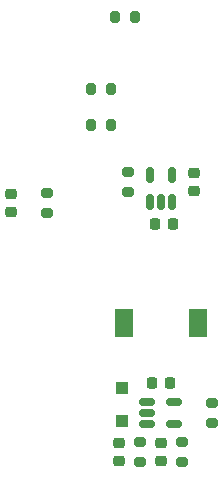
<source format=gbr>
%TF.GenerationSoftware,KiCad,Pcbnew,(6.0.7)*%
%TF.CreationDate,2022-10-01T16:55:56-07:00*%
%TF.ProjectId,dso150_mod,64736f31-3530-45f6-9d6f-642e6b696361,1.0*%
%TF.SameCoordinates,Original*%
%TF.FileFunction,Paste,Top*%
%TF.FilePolarity,Positive*%
%FSLAX46Y46*%
G04 Gerber Fmt 4.6, Leading zero omitted, Abs format (unit mm)*
G04 Created by KiCad (PCBNEW (6.0.7)) date 2022-10-01 16:55:56*
%MOMM*%
%LPD*%
G01*
G04 APERTURE LIST*
G04 Aperture macros list*
%AMRoundRect*
0 Rectangle with rounded corners*
0 $1 Rounding radius*
0 $2 $3 $4 $5 $6 $7 $8 $9 X,Y pos of 4 corners*
0 Add a 4 corners polygon primitive as box body*
4,1,4,$2,$3,$4,$5,$6,$7,$8,$9,$2,$3,0*
0 Add four circle primitives for the rounded corners*
1,1,$1+$1,$2,$3*
1,1,$1+$1,$4,$5*
1,1,$1+$1,$6,$7*
1,1,$1+$1,$8,$9*
0 Add four rect primitives between the rounded corners*
20,1,$1+$1,$2,$3,$4,$5,0*
20,1,$1+$1,$4,$5,$6,$7,0*
20,1,$1+$1,$6,$7,$8,$9,0*
20,1,$1+$1,$8,$9,$2,$3,0*%
G04 Aperture macros list end*
%ADD10RoundRect,0.225000X0.225000X0.250000X-0.225000X0.250000X-0.225000X-0.250000X0.225000X-0.250000X0*%
%ADD11RoundRect,0.200000X0.275000X-0.200000X0.275000X0.200000X-0.275000X0.200000X-0.275000X-0.200000X0*%
%ADD12RoundRect,0.225000X0.250000X-0.225000X0.250000X0.225000X-0.250000X0.225000X-0.250000X-0.225000X0*%
%ADD13RoundRect,0.200000X-0.200000X-0.275000X0.200000X-0.275000X0.200000X0.275000X-0.200000X0.275000X0*%
%ADD14R,1.500000X2.400000*%
%ADD15RoundRect,0.218750X-0.256250X0.218750X-0.256250X-0.218750X0.256250X-0.218750X0.256250X0.218750X0*%
%ADD16RoundRect,0.225000X-0.250000X0.225000X-0.250000X-0.225000X0.250000X-0.225000X0.250000X0.225000X0*%
%ADD17RoundRect,0.150000X0.150000X-0.512500X0.150000X0.512500X-0.150000X0.512500X-0.150000X-0.512500X0*%
%ADD18R,1.100000X1.100000*%
%ADD19RoundRect,0.200000X-0.275000X0.200000X-0.275000X-0.200000X0.275000X-0.200000X0.275000X0.200000X0*%
%ADD20RoundRect,0.150000X-0.512500X-0.150000X0.512500X-0.150000X0.512500X0.150000X-0.512500X0.150000X0*%
G04 APERTURE END LIST*
D10*
%TO.C,C2*%
X154191000Y-93218000D03*
X152641000Y-93218000D03*
%TD*%
D11*
%TO.C,R4*%
X150368000Y-90487000D03*
X150368000Y-88837000D03*
%TD*%
D12*
%TO.C,C4*%
X153162000Y-113297000D03*
X153162000Y-111747000D03*
%TD*%
D13*
%TO.C,R3*%
X149289000Y-75692000D03*
X150939000Y-75692000D03*
%TD*%
D10*
%TO.C,C3*%
X153937000Y-106680000D03*
X152387000Y-106680000D03*
%TD*%
D12*
%TO.C,C5*%
X149606000Y-113297000D03*
X149606000Y-111747000D03*
%TD*%
D14*
%TO.C,L1*%
X156312000Y-101600000D03*
X150012000Y-101600000D03*
%TD*%
D15*
%TO.C,D1*%
X140462000Y-90652500D03*
X140462000Y-92227500D03*
%TD*%
D13*
%TO.C,R2*%
X147257000Y-81788000D03*
X148907000Y-81788000D03*
%TD*%
D16*
%TO.C,C1*%
X155956000Y-88887000D03*
X155956000Y-90437000D03*
%TD*%
D13*
%TO.C,R1*%
X147257000Y-84836000D03*
X148907000Y-84836000D03*
%TD*%
D11*
%TO.C,R5*%
X143510000Y-92265000D03*
X143510000Y-90615000D03*
%TD*%
D17*
%TO.C,U1*%
X152212000Y-91307500D03*
X153162000Y-91307500D03*
X154112000Y-91307500D03*
X154112000Y-89032500D03*
X152212000Y-89032500D03*
%TD*%
D11*
%TO.C,R6*%
X151384000Y-113347000D03*
X151384000Y-111697000D03*
%TD*%
D18*
%TO.C,D2*%
X149860000Y-109858000D03*
X149860000Y-107058000D03*
%TD*%
D19*
%TO.C,R8*%
X157480000Y-108395000D03*
X157480000Y-110045000D03*
%TD*%
%TO.C,R7*%
X154940000Y-111697000D03*
X154940000Y-113347000D03*
%TD*%
D20*
%TO.C,U2*%
X152024500Y-108270000D03*
X152024500Y-109220000D03*
X152024500Y-110170000D03*
X154299500Y-110170000D03*
X154299500Y-108270000D03*
%TD*%
M02*

</source>
